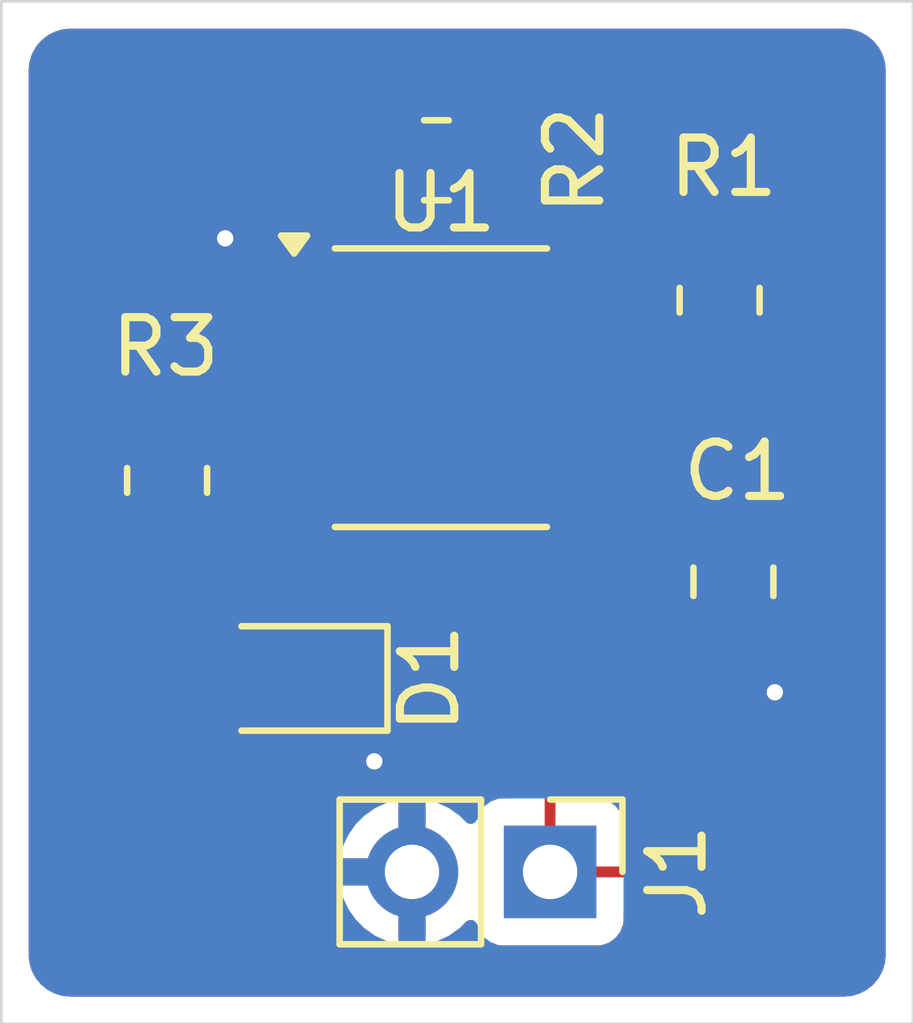
<source format=kicad_pcb>
(kicad_pcb (version 20240108) (generator "pcbnew") (generator_version "8.0")
  (layers (0 "F.Cu" signal) (31 "B.Cu" signal) (34 "B.Paste" user) (35 "F.Paste" user) (36 "B.SilkS" user "B.Silkscreen") (37 "F.SilkS" user "F.Silkscreen") (38 "B.Mask" user) (39 "F.Mask" user) (44 "Edge.Cuts" user))
  (net 0 "")
  (net 1 "Net-(U1-THR)")
  (net 2 "GND")
  (net 3 "Net-(D1-A)")
  (net 4 "Net-(U1-DIS)")
  (net 5 "+5V")
  (net 6 "Net-(U1-Q)")
  (footprint "Package_SO:SOIC-8_3.9x4.9mm_P1.27mm" (layer "F.Cu") (at 133.8135 92.953)
    (property "Reference" "U1" (at 0 -3.4 0) (layer "F.SilkS"))
    (property "Value" "NE555D")
    (fp_line (start 0 -2.56) (end -1.95 -2.56) (stroke (width 0.12)) (layer "F.SilkS"))
    (fp_line (start 0 -2.56) (end 1.95 -2.56) (stroke (width 0.12)) (layer "F.SilkS"))
    (fp_line (start 0 2.56) (end -1.95 2.56) (stroke (width 0.12)) (layer "F.SilkS"))
    (fp_line (start 0 2.56) (end 1.95 2.56) (stroke (width 0.12)) (layer "F.SilkS"))
    (fp_poly (pts (xy -2.7 -2.465) (xy -2.94 -2.795) (xy -2.46 -2.795) (xy -2.7 -2.465)) (stroke (width 0.12)) (fill solid) (layer "F.SilkS"))
    (pad "1" smd roundrect (at -2.475 -1.905) (size 1.95 0.6) (layers "F.Cu" "F.Paste" "F.Mask") (net 2 "GND"))
    (pad "2" smd roundrect (at -2.475 -0.635) (size 1.95 0.6) (layers "F.Cu" "F.Paste" "F.Mask") (net 1 "Net-(U1-THR)"))
    (pad "3" smd roundrect (at -2.475 0.635) (size 1.95 0.6) (layers "F.Cu" "F.Paste" "F.Mask") (net 6 "Net-(U1-Q)"))
    (pad "4" smd roundrect (at -2.475 1.905) (size 1.95 0.6) (layers "F.Cu" "F.Paste" "F.Mask") (net 5 "+5V"))
    (pad "5" smd roundrect (at 2.475 1.905) (size 1.95 0.6) (layers "F.Cu" "F.Paste" "F.Mask"))
    (pad "6" smd roundrect (at 2.475 0.635) (size 1.95 0.6) (layers "F.Cu" "F.Paste" "F.Mask") (net 1 "Net-(U1-THR)"))
    (pad "7" smd roundrect (at 2.475 -0.635) (size 1.95 0.6) (layers "F.Cu" "F.Paste" "F.Mask") (net 4 "Net-(U1-DIS)"))
    (pad "8" smd roundrect (at 2.475 -1.905) (size 1.95 0.6) (layers "F.Cu" "F.Paste" "F.Mask") (net 5 "+5V"))
  )
  (footprint "LED_SMD:LED_0805_2012Metric" (layer "F.Cu") (at 131.146 98.298 180)
    (property "Reference" "D1" (at -2.458 0 90) (layer "F.SilkS"))
    (property "Value" "LED" (hide yes))
    (fp_line (start 1 -0.96) (end -1.685 -0.96) (stroke (width 0.12)) (layer "F.SilkS"))
    (fp_line (start -1.685 0.96) (end 1 0.96) (stroke (width 0.12)) (layer "F.SilkS"))
    (fp_line (start -1.685 -0.96) (end -1.685 0.96) (stroke (width 0.12)) (layer "F.SilkS"))
    (pad "1" smd roundrect (at -0.9375 0 180) (size 0.975 1.4) (layers "F.Cu" "F.Paste" "F.Mask") (net 2 "GND"))
    (pad "2" smd roundrect (at 0.9375 0 180) (size 0.975 1.4) (layers "F.Cu" "F.Paste" "F.Mask") (net 3 "Net-(D1-A)"))
  )
  (footprint "Capacitor_SMD:C_0805_2012Metric" (layer "F.Cu") (at 139.192 96.52 -90)
    (property "Reference" "C1" (at -2.032 -0.074 180) (layer "F.SilkS"))
    (property "Value" "10u")
    (fp_line (start -0.261252 0.735) (end 0.261252 0.735) (stroke (width 0.12)) (layer "F.SilkS"))
    (fp_line (start -0.261252 -0.735) (end 0.261252 -0.735) (stroke (width 0.12)) (layer "F.SilkS"))
    (pad "1" smd roundrect (at -0.95 0 270) (size 1 1.45) (layers "F.Cu" "F.Paste" "F.Mask") (net 1 "Net-(U1-THR)"))
    (pad "2" smd roundrect (at 0.95 0 270) (size 1 1.45) (layers "F.Cu" "F.Paste" "F.Mask") (net 2 "GND"))
  )
  (footprint "Resistor_SMD:R_0805_2012Metric" (layer "F.Cu") (at 133.731 88.773 180)
    (property "Reference" "R2" (at -2.54 0 90) (layer "F.SilkS"))
    (property "Value" "100k")
    (fp_line (start -0.227064 0.735) (end 0.227064 0.735) (stroke (width 0.12)) (layer "F.SilkS"))
    (fp_line (start -0.227064 -0.735) (end 0.227064 -0.735) (stroke (width 0.12)) (layer "F.SilkS"))
    (pad "1" smd roundrect (at -0.9125 0 180) (size 1.025 1.4) (layers "F.Cu" "F.Paste" "F.Mask") (roundrect_rratio 0.243902) (net 4 "Net-(U1-DIS)"))
    (pad "2" smd roundrect (at 0.9125 0 180) (size 1.025 1.4) (layers "F.Cu" "F.Paste" "F.Mask") (roundrect_rratio 0.243902) (net 1 "Net-(U1-THR)"))
  )
  (footprint "Connector_PinHeader_2.54mm:PinHeader_1x02_P2.54mm_Vertical" (layer "F.Cu") (at 135.821 101.854 -90)
    (property "Reference" "J1" (at 0 -2.33 90) (layer "F.SilkS"))
    (property "Value" "Conn_01x02_Pin" (hide yes))
    (fp_line (start -1.33 3.87) (end 1.33 3.87) (stroke (width 0.12)) (layer "F.SilkS"))
    (fp_line (start -1.33 1.27) (end -1.33 3.87) (stroke (width 0.12)) (layer "F.SilkS"))
    (fp_line (start -1.33 1.27) (end 1.33 1.27) (stroke (width 0.12)) (layer "F.SilkS"))
    (fp_line (start 1.33 1.27) (end 1.33 3.87) (stroke (width 0.12)) (layer "F.SilkS"))
    (fp_line (start -1.33 0) (end -1.33 -1.33) (stroke (width 0.12)) (layer "F.SilkS"))
    (fp_line (start -1.33 -1.33) (end 0 -1.33) (stroke (width 0.12)) (layer "F.SilkS"))
    (pad "1" thru_hole rect (at 0 0 270) (size 1.7 1.7) (drill 1) (layers "*.Cu" "*.Mask") (net 5 "+5V"))
    (pad "2" thru_hole oval (at 0 2.54 270) (size 1.7 1.7) (drill 1) (layers "*.Cu" "*.Mask") (net 2 "GND"))
  )
  (footprint "Resistor_SMD:R_0805_2012Metric" (layer "F.Cu") (at 138.938 91.3455 -90)
    (property "Reference" "R1" (at -2.4455 -0.074 180) (layer "F.SilkS"))
    (property "Value" "100k")
    (fp_line (start -0.227064 0.735) (end 0.227064 0.735) (stroke (width 0.12)) (layer "F.SilkS"))
    (fp_line (start -0.227064 -0.735) (end 0.227064 -0.735) (stroke (width 0.12)) (layer "F.SilkS"))
    (pad "1" smd roundrect (at -0.9125 0 270) (size 1.025 1.4) (layers "F.Cu" "F.Paste" "F.Mask") (roundrect_rratio 0.243902) (net 5 "+5V"))
    (pad "2" smd roundrect (at 0.9125 0 270) (size 1.025 1.4) (layers "F.Cu" "F.Paste" "F.Mask") (roundrect_rratio 0.243902) (net 4 "Net-(U1-DIS)"))
  )
  (footprint "Resistor_SMD:R_0805_2012Metric" (layer "F.Cu") (at 128.778 94.658 -90)
    (property "Reference" "R3" (at -2.456 0.03 180) (layer "F.SilkS"))
    (property "Value" "1k")
    (fp_line (start -0.227064 0.735) (end 0.227064 0.735) (stroke (width 0.12)) (layer "F.SilkS"))
    (fp_line (start -0.227064 -0.735) (end 0.227064 -0.735) (stroke (width 0.12)) (layer "F.SilkS"))
    (pad "1" smd roundrect (at -0.9125 0 270) (size 1.025 1.4) (layers "F.Cu" "F.Paste" "F.Mask") (roundrect_rratio 0.243902) (net 6 "Net-(U1-Q)"))
    (pad "2" smd roundrect (at 0.9125 0 270) (size 1.025 1.4) (layers "F.Cu" "F.Paste" "F.Mask") (roundrect_rratio 0.243902) (net 3 "Net-(D1-A)"))
  )
  (gr_rect (start 125.73 85.852) (end 142.494 104.648) (stroke (width 0.05)) (fill none) (layer "Edge.Cuts"))
  (segment (start 132.958 92.318) (end 132.958 88.9125) (width 0.2) (layer "F.Cu") (net 1))
  (segment (start 132.958 88.9125) (end 132.8185 88.773) (width 0.2) (layer "F.Cu") (net 1))
  (segment (start 131.3385 92.318) (end 132.958 92.318) (width 0.2) (layer "F.Cu") (net 1))
  (segment (start 132.958 92.318) (end 134.228 93.588) (width 0.2) (layer "F.Cu") (net 1))
  (segment (start 134.228 93.588) (end 136.2885 93.588) (width 0.2) (layer "F.Cu") (net 1))
  (segment (start 136.2885 93.588) (end 137.21 93.588) (width 0.2) (layer "F.Cu") (net 1))
  (segment (start 137.21 93.588) (end 139.192 95.57) (width 0.2) (layer "F.Cu") (net 1))
  (segment (start 132.588 98.8025) (end 132.0835 98.298) (width 0.2) (layer "F.Cu") (net 2))
  (segment (start 131.3385 91.048) (end 130.686 91.048) (width 0.2) (layer "F.Cu") (net 2))
  (segment (start 130.686 91.048) (end 129.846 90.208) (width 0.2) (layer "F.Cu") (net 2))
  (segment (start 139.954 98.232) (end 139.192 97.47) (width 0.2) (layer "F.Cu") (net 2))
  (segment (start 139.954 98.552) (end 139.954 98.232) (width 0.2) (layer "F.Cu") (net 2))
  (segment (start 132.588 99.822) (end 132.588 98.8025) (width 0.2) (layer "F.Cu") (net 2))
  (via (at 132.588 99.822) (size 0.6) (drill 0.3) (layers "F.Cu" "B.Cu") (net 2))
  (via (at 129.846 90.208) (size 0.6) (drill 0.3) (layers "F.Cu" "B.Cu") (net 2))
  (via (at 139.954 98.552) (size 0.6) (drill 0.3) (layers "F.Cu" "B.Cu") (net 2))
  (segment (start 128.778 95.5705) (end 128.778 96.8675) (width 0.2) (layer "F.Cu") (net 3))
  (segment (start 128.778 96.8675) (end 130.2085 98.298) (width 0.2) (layer "F.Cu") (net 3))
  (segment (start 134.366 89.0505) (end 134.366 91.948) (width 0.2) (layer "F.Cu") (net 4))
  (segment (start 134.366 91.948) (end 134.736 92.318) (width 0.2) (layer "F.Cu") (net 4))
  (segment (start 138.878 92.318) (end 138.938 92.258) (width 0.2) (layer "F.Cu") (net 4))
  (segment (start 134.736 92.318) (end 136.2885 92.318) (width 0.2) (layer "F.Cu") (net 4))
  (segment (start 134.6435 88.773) (end 134.366 89.0505) (width 0.2) (layer "F.Cu") (net 4))
  (segment (start 136.2885 92.318) (end 138.878 92.318) (width 0.2) (layer "F.Cu") (net 4))
  (segment (start 140.716 99.568) (end 140.716 92.202) (width 0.2) (layer "F.Cu") (net 5))
  (segment (start 138.938 90.433) (end 136.9035 90.433) (width 0.2) (layer "F.Cu") (net 5))
  (segment (start 135.821 101.854) (end 138.43 101.854) (width 0.2) (layer "F.Cu") (net 5))
  (segment (start 140.716 92.202) (end 140.707 92.202) (width 0.2) (layer "F.Cu") (net 5))
  (segment (start 136.9035 90.433) (end 136.2885 91.048) (width 0.2) (layer "F.Cu") (net 5))
  (segment (start 138.43 101.854) (end 140.716 99.568) (width 0.2) (layer "F.Cu") (net 5))
  (segment (start 140.707 92.202) (end 138.938 90.433) (width 0.2) (layer "F.Cu") (net 5))
  (segment (start 135.821 99.3405) (end 131.3385 94.858) (width 0.2) (layer "F.Cu") (net 5))
  (segment (start 135.821 101.854) (end 135.821 99.3405) (width 0.2) (layer "F.Cu") (net 5))
  (segment (start 131.3385 93.588) (end 128.9355 93.588) (width 0.2) (layer "F.Cu") (net 6))
  (segment (start 128.9355 93.588) (end 128.778 93.7455) (width 0.2) (layer "F.Cu") (net 6))
  (zone (net 2) (net_name "GND") (layers "F&B.Cu") (connect_pads (clearance 0.5)) (min_thickness 0.25) (fill yes (thermal_gap 0.5) (thermal_bridge_width 0.5))
    (polygon (pts (xy 125.73 85.852) (xy 142.494 85.852) (xy 142.494 104.521) (xy 125.73 104.521)))
  )
)
</source>
